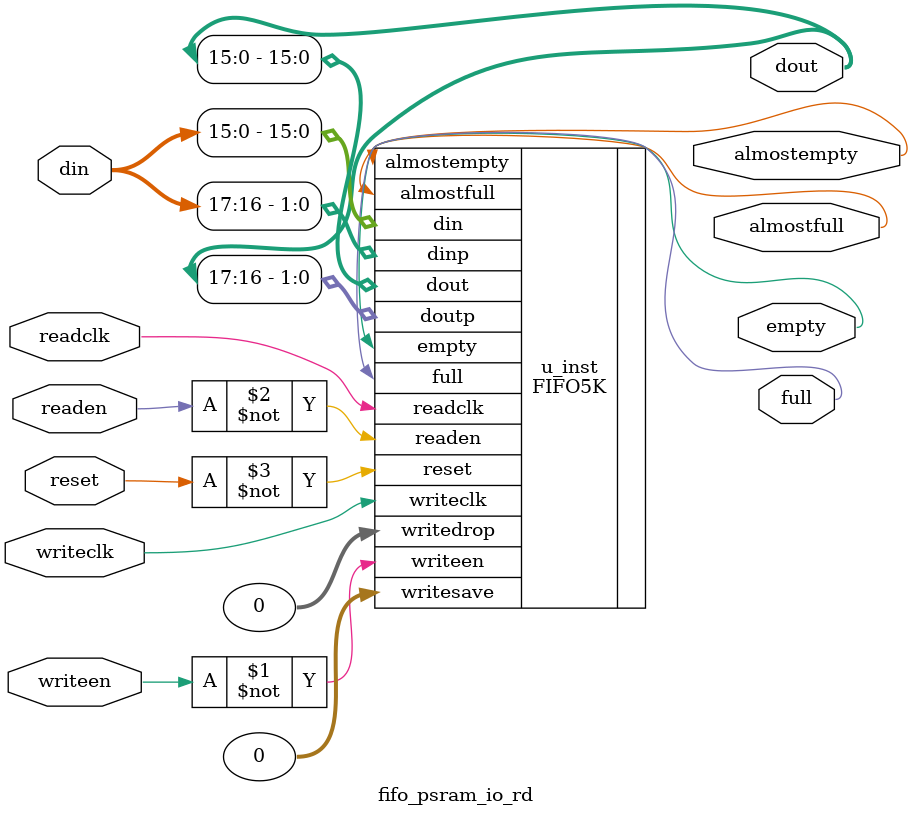
<source format=v>

module fifo_psram_io_rd(
    dout,
    din,
    writeclk,
    readclk,
    writeen,
    readen,
    reset,
    full,
    empty,
    almostfull,
    almostempty
);

output [17:0] dout;
input [17:0] din;
input writeclk;
input readclk;
input writeen;
input readen;
input reset;
output full;
output empty;
output almostfull;
output almostempty;

FIFO5K #(
        .almostemptyth (5'b00010),
        .almostfullth (5'b00010),
        .writewidth (18),
        .readwidth (18),
        .outreg (1'b0),
        .peek (1'b0),
        .readclk_inv (1'b0),
        .writeclk_inv (1'b0)
)
u_inst (
        .dout (dout[15:0]),
        .doutp (dout[17:16]),
        .din (din[15:0]),
        .dinp (din[17:16]),
        .writeclk (writeclk),
        .readclk (readclk),
        .writeen (~writeen),
        .readen (~readen),
        .reset (~reset),
        .full (full),
        .empty (empty),
        .almostfull (almostfull),
        .almostempty (almostempty),
        .writesave (0),
        .writedrop (0)
);

endmodule

// ============================================================
//                  fifo Setting
//
// Warning: This part is read by Fuxi, please don't modify it.
// ============================================================
// Device          : H1D03N0L144C7
// Module          : fifo_psram_io_rd
// IP core         : fifo
// IP Version      : 2

// AlmostEmpty     : true
// AlmostFull      : true
// EmptyAssert     : 3
// EmptyNegate     : 2
// EmptySingle     : 2
// EmptyType       : 1
// FifoType        : hardware
// FullAssert      : 3
// FullNegate      : 2
// FullSingle      : 2
// FullType        : 1
// Fwft            : false
// OverFlow        : false
// PeekMode        : false
// ReadAck         : false
// ReadAddrWidth   : 5
// ReadClr         : false
// ReadCnt         : false
// ReadDataWidth   : 18
// Regout          : false
// RegoutEn        : false
// Simulation Files: 
// Synthesis Files : 
// UnderFlow       : false
// UseHardWare     : true
// WorkMode        : true
// WriteAck        : false
// WriteAddrWidth  : 5
// WriteClr        : false
// WriteCnt        : false
// WriteDataWidth  : 18
// WriteDrop       : false

</source>
